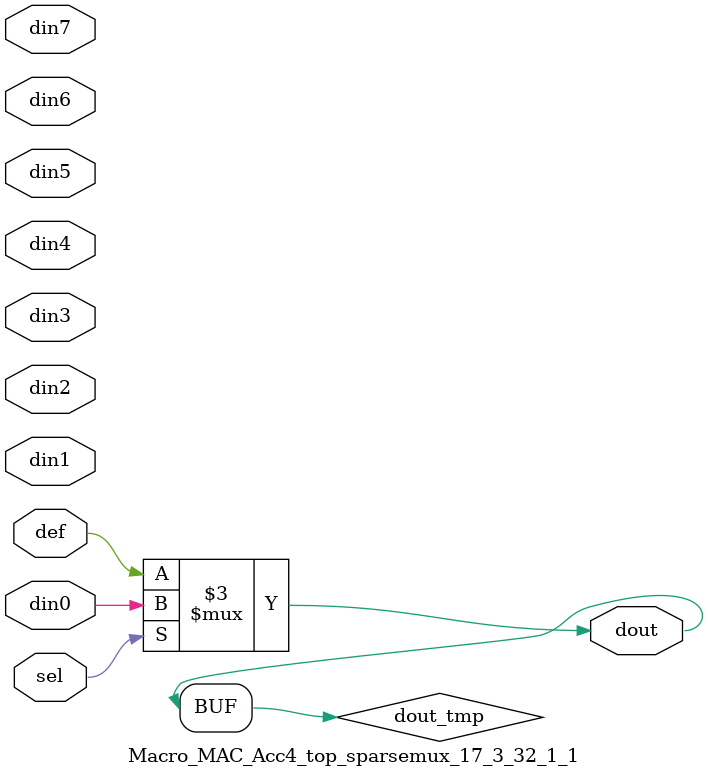
<source format=v>
`timescale 1ns / 1ps

module Macro_MAC_Acc4_top_sparsemux_17_3_32_1_1 (din0,din1,din2,din3,din4,din5,din6,din7,def,sel,dout);

parameter din0_WIDTH = 1;

parameter din1_WIDTH = 1;

parameter din2_WIDTH = 1;

parameter din3_WIDTH = 1;

parameter din4_WIDTH = 1;

parameter din5_WIDTH = 1;

parameter din6_WIDTH = 1;

parameter din7_WIDTH = 1;

parameter def_WIDTH = 1;
parameter sel_WIDTH = 1;
parameter dout_WIDTH = 1;

parameter [sel_WIDTH-1:0] CASE0 = 1;

parameter [sel_WIDTH-1:0] CASE1 = 1;

parameter [sel_WIDTH-1:0] CASE2 = 1;

parameter [sel_WIDTH-1:0] CASE3 = 1;

parameter [sel_WIDTH-1:0] CASE4 = 1;

parameter [sel_WIDTH-1:0] CASE5 = 1;

parameter [sel_WIDTH-1:0] CASE6 = 1;

parameter [sel_WIDTH-1:0] CASE7 = 1;

parameter ID = 1;
parameter NUM_STAGE = 1;



input [din0_WIDTH-1:0] din0;

input [din1_WIDTH-1:0] din1;

input [din2_WIDTH-1:0] din2;

input [din3_WIDTH-1:0] din3;

input [din4_WIDTH-1:0] din4;

input [din5_WIDTH-1:0] din5;

input [din6_WIDTH-1:0] din6;

input [din7_WIDTH-1:0] din7;

input [def_WIDTH-1:0] def;
input [sel_WIDTH-1:0] sel;

output [dout_WIDTH-1:0] dout;



reg [dout_WIDTH-1:0] dout_tmp;


always @ (*) begin
(* parallel_case *) case (sel)
    
    CASE0 : dout_tmp = din0;
    
    CASE1 : dout_tmp = din1;
    
    CASE2 : dout_tmp = din2;
    
    CASE3 : dout_tmp = din3;
    
    CASE4 : dout_tmp = din4;
    
    CASE5 : dout_tmp = din5;
    
    CASE6 : dout_tmp = din6;
    
    CASE7 : dout_tmp = din7;
    
    default : dout_tmp = def;
endcase
end


assign dout = dout_tmp;



endmodule

</source>
